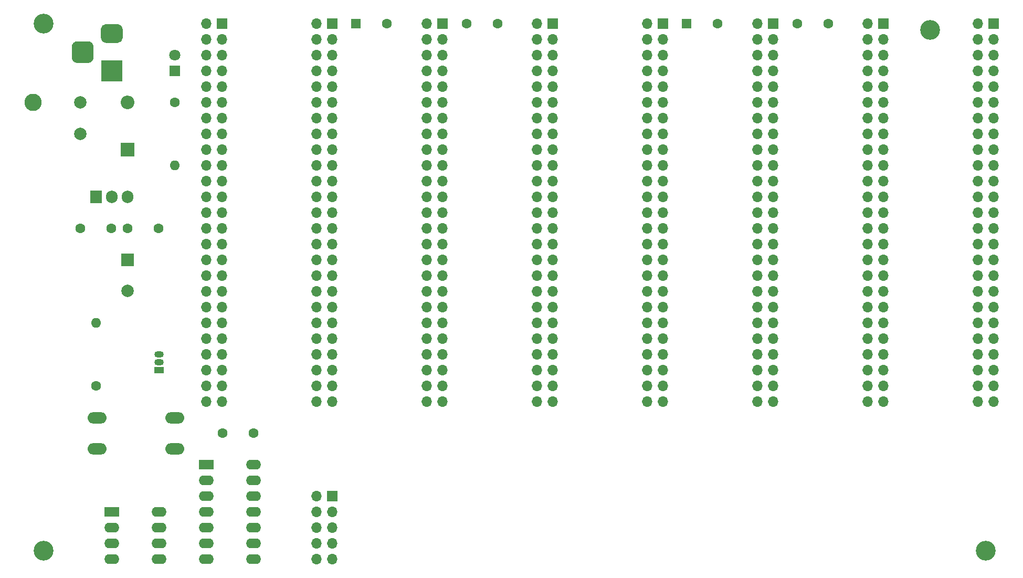
<source format=gbr>
%TF.GenerationSoftware,KiCad,Pcbnew,5.1.9*%
%TF.CreationDate,2020-12-27T17:49:18+01:00*%
%TF.ProjectId,backplane_v1.0,6261636b-706c-4616-9e65-5f76312e302e,rev?*%
%TF.SameCoordinates,Original*%
%TF.FileFunction,Soldermask,Top*%
%TF.FilePolarity,Negative*%
%FSLAX46Y46*%
G04 Gerber Fmt 4.6, Leading zero omitted, Abs format (unit mm)*
G04 Created by KiCad (PCBNEW 5.1.9) date 2020-12-27 17:49:18*
%MOMM*%
%LPD*%
G01*
G04 APERTURE LIST*
%ADD10C,3.200000*%
%ADD11C,1.600000*%
%ADD12R,1.600000X1.600000*%
%ADD13O,2.400000X1.600000*%
%ADD14R,2.400000X1.600000*%
%ADD15O,1.700000X1.700000*%
%ADD16R,1.700000X1.700000*%
%ADD17R,1.500000X1.050000*%
%ADD18O,1.500000X1.050000*%
%ADD19O,1.905000X2.000000*%
%ADD20R,1.905000X2.000000*%
%ADD21C,2.800000*%
%ADD22O,3.048000X1.850000*%
%ADD23O,1.600000X1.600000*%
%ADD24R,3.500000X3.500000*%
%ADD25C,2.000000*%
%ADD26O,2.200000X2.200000*%
%ADD27R,2.200000X2.200000*%
%ADD28C,1.800000*%
%ADD29R,1.800000X1.800000*%
%ADD30R,2.000000X2.000000*%
G04 APERTURE END LIST*
D10*
%TO.C,REF\u002A\u002A*%
X-89000000Y-62000000D03*
%TD*%
%TO.C,REF\u002A\u002A*%
X-80000000Y-146000000D03*
%TD*%
%TO.C,REF\u002A\u002A*%
X-232000000Y-146000000D03*
%TD*%
%TO.C,REF\u002A\u002A*%
X-232000000Y-61000000D03*
%TD*%
D11*
%TO.C,C7*%
X-123270000Y-60960000D03*
D12*
X-128270000Y-60960000D03*
%TD*%
D11*
%TO.C,C5*%
X-176610000Y-60960000D03*
D12*
X-181610000Y-60960000D03*
%TD*%
D13*
%TO.C,X1*%
X-213360000Y-139700000D03*
X-220980000Y-147320000D03*
X-213360000Y-142240000D03*
X-220980000Y-144780000D03*
X-213360000Y-144780000D03*
X-220980000Y-142240000D03*
X-213360000Y-147320000D03*
D14*
X-220980000Y-139700000D03*
%TD*%
D11*
%TO.C,C8*%
X-110410000Y-60960000D03*
X-105410000Y-60960000D03*
%TD*%
%TO.C,C6*%
X-163750000Y-60960000D03*
X-158750000Y-60960000D03*
%TD*%
D15*
%TO.C,J3a1*%
X-187960000Y-147320000D03*
X-185420000Y-147320000D03*
X-187960000Y-144780000D03*
X-185420000Y-144780000D03*
X-187960000Y-142240000D03*
X-185420000Y-142240000D03*
X-187960000Y-139700000D03*
X-185420000Y-139700000D03*
X-187960000Y-137160000D03*
D16*
X-185420000Y-137160000D03*
%TD*%
D15*
%TO.C,J9*%
X-81280000Y-121920000D03*
X-78740000Y-121920000D03*
X-81280000Y-119380000D03*
X-78740000Y-119380000D03*
X-81280000Y-116840000D03*
X-78740000Y-116840000D03*
X-81280000Y-114300000D03*
X-78740000Y-114300000D03*
X-81280000Y-111760000D03*
X-78740000Y-111760000D03*
X-81280000Y-109220000D03*
X-78740000Y-109220000D03*
X-81280000Y-106680000D03*
X-78740000Y-106680000D03*
X-81280000Y-104140000D03*
X-78740000Y-104140000D03*
X-81280000Y-101600000D03*
X-78740000Y-101600000D03*
X-81280000Y-99060000D03*
X-78740000Y-99060000D03*
X-81280000Y-96520000D03*
X-78740000Y-96520000D03*
X-81280000Y-93980000D03*
X-78740000Y-93980000D03*
X-81280000Y-91440000D03*
X-78740000Y-91440000D03*
X-81280000Y-88900000D03*
X-78740000Y-88900000D03*
X-81280000Y-86360000D03*
X-78740000Y-86360000D03*
X-81280000Y-83820000D03*
X-78740000Y-83820000D03*
X-81280000Y-81280000D03*
X-78740000Y-81280000D03*
X-81280000Y-78740000D03*
X-78740000Y-78740000D03*
X-81280000Y-76200000D03*
X-78740000Y-76200000D03*
X-81280000Y-73660000D03*
X-78740000Y-73660000D03*
X-81280000Y-71120000D03*
X-78740000Y-71120000D03*
X-81280000Y-68580000D03*
X-78740000Y-68580000D03*
X-81280000Y-66040000D03*
X-78740000Y-66040000D03*
X-81280000Y-63500000D03*
X-78740000Y-63500000D03*
X-81280000Y-60960000D03*
D16*
X-78740000Y-60960000D03*
%TD*%
D15*
%TO.C,J8*%
X-99060000Y-121920000D03*
X-96520000Y-121920000D03*
X-99060000Y-119380000D03*
X-96520000Y-119380000D03*
X-99060000Y-116840000D03*
X-96520000Y-116840000D03*
X-99060000Y-114300000D03*
X-96520000Y-114300000D03*
X-99060000Y-111760000D03*
X-96520000Y-111760000D03*
X-99060000Y-109220000D03*
X-96520000Y-109220000D03*
X-99060000Y-106680000D03*
X-96520000Y-106680000D03*
X-99060000Y-104140000D03*
X-96520000Y-104140000D03*
X-99060000Y-101600000D03*
X-96520000Y-101600000D03*
X-99060000Y-99060000D03*
X-96520000Y-99060000D03*
X-99060000Y-96520000D03*
X-96520000Y-96520000D03*
X-99060000Y-93980000D03*
X-96520000Y-93980000D03*
X-99060000Y-91440000D03*
X-96520000Y-91440000D03*
X-99060000Y-88900000D03*
X-96520000Y-88900000D03*
X-99060000Y-86360000D03*
X-96520000Y-86360000D03*
X-99060000Y-83820000D03*
X-96520000Y-83820000D03*
X-99060000Y-81280000D03*
X-96520000Y-81280000D03*
X-99060000Y-78740000D03*
X-96520000Y-78740000D03*
X-99060000Y-76200000D03*
X-96520000Y-76200000D03*
X-99060000Y-73660000D03*
X-96520000Y-73660000D03*
X-99060000Y-71120000D03*
X-96520000Y-71120000D03*
X-99060000Y-68580000D03*
X-96520000Y-68580000D03*
X-99060000Y-66040000D03*
X-96520000Y-66040000D03*
X-99060000Y-63500000D03*
X-96520000Y-63500000D03*
X-99060000Y-60960000D03*
D16*
X-96520000Y-60960000D03*
%TD*%
D15*
%TO.C,J5*%
X-152400000Y-121920000D03*
X-149860000Y-121920000D03*
X-152400000Y-119380000D03*
X-149860000Y-119380000D03*
X-152400000Y-116840000D03*
X-149860000Y-116840000D03*
X-152400000Y-114300000D03*
X-149860000Y-114300000D03*
X-152400000Y-111760000D03*
X-149860000Y-111760000D03*
X-152400000Y-109220000D03*
X-149860000Y-109220000D03*
X-152400000Y-106680000D03*
X-149860000Y-106680000D03*
X-152400000Y-104140000D03*
X-149860000Y-104140000D03*
X-152400000Y-101600000D03*
X-149860000Y-101600000D03*
X-152400000Y-99060000D03*
X-149860000Y-99060000D03*
X-152400000Y-96520000D03*
X-149860000Y-96520000D03*
X-152400000Y-93980000D03*
X-149860000Y-93980000D03*
X-152400000Y-91440000D03*
X-149860000Y-91440000D03*
X-152400000Y-88900000D03*
X-149860000Y-88900000D03*
X-152400000Y-86360000D03*
X-149860000Y-86360000D03*
X-152400000Y-83820000D03*
X-149860000Y-83820000D03*
X-152400000Y-81280000D03*
X-149860000Y-81280000D03*
X-152400000Y-78740000D03*
X-149860000Y-78740000D03*
X-152400000Y-76200000D03*
X-149860000Y-76200000D03*
X-152400000Y-73660000D03*
X-149860000Y-73660000D03*
X-152400000Y-71120000D03*
X-149860000Y-71120000D03*
X-152400000Y-68580000D03*
X-149860000Y-68580000D03*
X-152400000Y-66040000D03*
X-149860000Y-66040000D03*
X-152400000Y-63500000D03*
X-149860000Y-63500000D03*
X-152400000Y-60960000D03*
D16*
X-149860000Y-60960000D03*
%TD*%
D15*
%TO.C,J3*%
X-187960000Y-121920000D03*
X-185420000Y-121920000D03*
X-187960000Y-119380000D03*
X-185420000Y-119380000D03*
X-187960000Y-116840000D03*
X-185420000Y-116840000D03*
X-187960000Y-114300000D03*
X-185420000Y-114300000D03*
X-187960000Y-111760000D03*
X-185420000Y-111760000D03*
X-187960000Y-109220000D03*
X-185420000Y-109220000D03*
X-187960000Y-106680000D03*
X-185420000Y-106680000D03*
X-187960000Y-104140000D03*
X-185420000Y-104140000D03*
X-187960000Y-101600000D03*
X-185420000Y-101600000D03*
X-187960000Y-99060000D03*
X-185420000Y-99060000D03*
X-187960000Y-96520000D03*
X-185420000Y-96520000D03*
X-187960000Y-93980000D03*
X-185420000Y-93980000D03*
X-187960000Y-91440000D03*
X-185420000Y-91440000D03*
X-187960000Y-88900000D03*
X-185420000Y-88900000D03*
X-187960000Y-86360000D03*
X-185420000Y-86360000D03*
X-187960000Y-83820000D03*
X-185420000Y-83820000D03*
X-187960000Y-81280000D03*
X-185420000Y-81280000D03*
X-187960000Y-78740000D03*
X-185420000Y-78740000D03*
X-187960000Y-76200000D03*
X-185420000Y-76200000D03*
X-187960000Y-73660000D03*
X-185420000Y-73660000D03*
X-187960000Y-71120000D03*
X-185420000Y-71120000D03*
X-187960000Y-68580000D03*
X-185420000Y-68580000D03*
X-187960000Y-66040000D03*
X-185420000Y-66040000D03*
X-187960000Y-63500000D03*
X-185420000Y-63500000D03*
X-187960000Y-60960000D03*
D16*
X-185420000Y-60960000D03*
%TD*%
D15*
%TO.C,J7*%
X-116840000Y-121920000D03*
X-114300000Y-121920000D03*
X-116840000Y-119380000D03*
X-114300000Y-119380000D03*
X-116840000Y-116840000D03*
X-114300000Y-116840000D03*
X-116840000Y-114300000D03*
X-114300000Y-114300000D03*
X-116840000Y-111760000D03*
X-114300000Y-111760000D03*
X-116840000Y-109220000D03*
X-114300000Y-109220000D03*
X-116840000Y-106680000D03*
X-114300000Y-106680000D03*
X-116840000Y-104140000D03*
X-114300000Y-104140000D03*
X-116840000Y-101600000D03*
X-114300000Y-101600000D03*
X-116840000Y-99060000D03*
X-114300000Y-99060000D03*
X-116840000Y-96520000D03*
X-114300000Y-96520000D03*
X-116840000Y-93980000D03*
X-114300000Y-93980000D03*
X-116840000Y-91440000D03*
X-114300000Y-91440000D03*
X-116840000Y-88900000D03*
X-114300000Y-88900000D03*
X-116840000Y-86360000D03*
X-114300000Y-86360000D03*
X-116840000Y-83820000D03*
X-114300000Y-83820000D03*
X-116840000Y-81280000D03*
X-114300000Y-81280000D03*
X-116840000Y-78740000D03*
X-114300000Y-78740000D03*
X-116840000Y-76200000D03*
X-114300000Y-76200000D03*
X-116840000Y-73660000D03*
X-114300000Y-73660000D03*
X-116840000Y-71120000D03*
X-114300000Y-71120000D03*
X-116840000Y-68580000D03*
X-114300000Y-68580000D03*
X-116840000Y-66040000D03*
X-114300000Y-66040000D03*
X-116840000Y-63500000D03*
X-114300000Y-63500000D03*
X-116840000Y-60960000D03*
D16*
X-114300000Y-60960000D03*
%TD*%
D15*
%TO.C,J6*%
X-134620000Y-121920000D03*
X-132080000Y-121920000D03*
X-134620000Y-119380000D03*
X-132080000Y-119380000D03*
X-134620000Y-116840000D03*
X-132080000Y-116840000D03*
X-134620000Y-114300000D03*
X-132080000Y-114300000D03*
X-134620000Y-111760000D03*
X-132080000Y-111760000D03*
X-134620000Y-109220000D03*
X-132080000Y-109220000D03*
X-134620000Y-106680000D03*
X-132080000Y-106680000D03*
X-134620000Y-104140000D03*
X-132080000Y-104140000D03*
X-134620000Y-101600000D03*
X-132080000Y-101600000D03*
X-134620000Y-99060000D03*
X-132080000Y-99060000D03*
X-134620000Y-96520000D03*
X-132080000Y-96520000D03*
X-134620000Y-93980000D03*
X-132080000Y-93980000D03*
X-134620000Y-91440000D03*
X-132080000Y-91440000D03*
X-134620000Y-88900000D03*
X-132080000Y-88900000D03*
X-134620000Y-86360000D03*
X-132080000Y-86360000D03*
X-134620000Y-83820000D03*
X-132080000Y-83820000D03*
X-134620000Y-81280000D03*
X-132080000Y-81280000D03*
X-134620000Y-78740000D03*
X-132080000Y-78740000D03*
X-134620000Y-76200000D03*
X-132080000Y-76200000D03*
X-134620000Y-73660000D03*
X-132080000Y-73660000D03*
X-134620000Y-71120000D03*
X-132080000Y-71120000D03*
X-134620000Y-68580000D03*
X-132080000Y-68580000D03*
X-134620000Y-66040000D03*
X-132080000Y-66040000D03*
X-134620000Y-63500000D03*
X-132080000Y-63500000D03*
X-134620000Y-60960000D03*
D16*
X-132080000Y-60960000D03*
%TD*%
D15*
%TO.C,J4*%
X-170180000Y-121920000D03*
X-167640000Y-121920000D03*
X-170180000Y-119380000D03*
X-167640000Y-119380000D03*
X-170180000Y-116840000D03*
X-167640000Y-116840000D03*
X-170180000Y-114300000D03*
X-167640000Y-114300000D03*
X-170180000Y-111760000D03*
X-167640000Y-111760000D03*
X-170180000Y-109220000D03*
X-167640000Y-109220000D03*
X-170180000Y-106680000D03*
X-167640000Y-106680000D03*
X-170180000Y-104140000D03*
X-167640000Y-104140000D03*
X-170180000Y-101600000D03*
X-167640000Y-101600000D03*
X-170180000Y-99060000D03*
X-167640000Y-99060000D03*
X-170180000Y-96520000D03*
X-167640000Y-96520000D03*
X-170180000Y-93980000D03*
X-167640000Y-93980000D03*
X-170180000Y-91440000D03*
X-167640000Y-91440000D03*
X-170180000Y-88900000D03*
X-167640000Y-88900000D03*
X-170180000Y-86360000D03*
X-167640000Y-86360000D03*
X-170180000Y-83820000D03*
X-167640000Y-83820000D03*
X-170180000Y-81280000D03*
X-167640000Y-81280000D03*
X-170180000Y-78740000D03*
X-167640000Y-78740000D03*
X-170180000Y-76200000D03*
X-167640000Y-76200000D03*
X-170180000Y-73660000D03*
X-167640000Y-73660000D03*
X-170180000Y-71120000D03*
X-167640000Y-71120000D03*
X-170180000Y-68580000D03*
X-167640000Y-68580000D03*
X-170180000Y-66040000D03*
X-167640000Y-66040000D03*
X-170180000Y-63500000D03*
X-167640000Y-63500000D03*
X-170180000Y-60960000D03*
D16*
X-167640000Y-60960000D03*
%TD*%
D15*
%TO.C,J2*%
X-205740000Y-121920000D03*
X-203200000Y-121920000D03*
X-205740000Y-119380000D03*
X-203200000Y-119380000D03*
X-205740000Y-116840000D03*
X-203200000Y-116840000D03*
X-205740000Y-114300000D03*
X-203200000Y-114300000D03*
X-205740000Y-111760000D03*
X-203200000Y-111760000D03*
X-205740000Y-109220000D03*
X-203200000Y-109220000D03*
X-205740000Y-106680000D03*
X-203200000Y-106680000D03*
X-205740000Y-104140000D03*
X-203200000Y-104140000D03*
X-205740000Y-101600000D03*
X-203200000Y-101600000D03*
X-205740000Y-99060000D03*
X-203200000Y-99060000D03*
X-205740000Y-96520000D03*
X-203200000Y-96520000D03*
X-205740000Y-93980000D03*
X-203200000Y-93980000D03*
X-205740000Y-91440000D03*
X-203200000Y-91440000D03*
X-205740000Y-88900000D03*
X-203200000Y-88900000D03*
X-205740000Y-86360000D03*
X-203200000Y-86360000D03*
X-205740000Y-83820000D03*
X-203200000Y-83820000D03*
X-205740000Y-81280000D03*
X-203200000Y-81280000D03*
X-205740000Y-78740000D03*
X-203200000Y-78740000D03*
X-205740000Y-76200000D03*
X-203200000Y-76200000D03*
X-205740000Y-73660000D03*
X-203200000Y-73660000D03*
X-205740000Y-71120000D03*
X-203200000Y-71120000D03*
X-205740000Y-68580000D03*
X-203200000Y-68580000D03*
X-205740000Y-66040000D03*
X-203200000Y-66040000D03*
X-205740000Y-63500000D03*
X-203200000Y-63500000D03*
X-205740000Y-60960000D03*
D16*
X-203200000Y-60960000D03*
%TD*%
D13*
%TO.C,U3*%
X-198120000Y-132080000D03*
X-205740000Y-147320000D03*
X-198120000Y-134620000D03*
X-205740000Y-144780000D03*
X-198120000Y-137160000D03*
X-205740000Y-142240000D03*
X-198120000Y-139700000D03*
X-205740000Y-139700000D03*
X-198120000Y-142240000D03*
X-205740000Y-137160000D03*
X-198120000Y-144780000D03*
X-205740000Y-134620000D03*
X-198120000Y-147320000D03*
D14*
X-205740000Y-132080000D03*
%TD*%
D17*
%TO.C,U2*%
X-213360000Y-116840000D03*
D18*
X-213360000Y-114300000D03*
X-213360000Y-115570000D03*
%TD*%
D19*
%TO.C,U1*%
X-218440000Y-88900000D03*
X-220980000Y-88900000D03*
D20*
X-223520000Y-88900000D03*
%TD*%
D21*
%TO.C,TP1*%
X-233680000Y-73660000D03*
%TD*%
D22*
%TO.C,SW1*%
X-210820000Y-124540000D03*
X-210820000Y-129540000D03*
X-223320000Y-124540000D03*
X-223320000Y-129540000D03*
%TD*%
D23*
%TO.C,R2*%
X-223520000Y-109220000D03*
D11*
X-223520000Y-119380000D03*
%TD*%
D23*
%TO.C,R1*%
X-210820000Y-83820000D03*
D11*
X-210820000Y-73660000D03*
%TD*%
%TO.C,J1*%
G36*
G01*
X-226555000Y-63830000D02*
X-224805000Y-63830000D01*
G75*
G02*
X-223930000Y-64705000I0J-875000D01*
G01*
X-223930000Y-66455000D01*
G75*
G02*
X-224805000Y-67330000I-875000J0D01*
G01*
X-226555000Y-67330000D01*
G75*
G02*
X-227430000Y-66455000I0J875000D01*
G01*
X-227430000Y-64705000D01*
G75*
G02*
X-226555000Y-63830000I875000J0D01*
G01*
G37*
G36*
G01*
X-221980000Y-61080000D02*
X-219980000Y-61080000D01*
G75*
G02*
X-219230000Y-61830000I0J-750000D01*
G01*
X-219230000Y-63330000D01*
G75*
G02*
X-219980000Y-64080000I-750000J0D01*
G01*
X-221980000Y-64080000D01*
G75*
G02*
X-222730000Y-63330000I0J750000D01*
G01*
X-222730000Y-61830000D01*
G75*
G02*
X-221980000Y-61080000I750000J0D01*
G01*
G37*
D24*
X-220980000Y-68580000D03*
%TD*%
D25*
%TO.C,F1*%
X-226050000Y-73660000D03*
X-226060000Y-78740000D03*
%TD*%
D26*
%TO.C,D2*%
X-218440000Y-73660000D03*
D27*
X-218440000Y-81280000D03*
%TD*%
D28*
%TO.C,D1*%
X-210820000Y-66040000D03*
D29*
X-210820000Y-68580000D03*
%TD*%
D25*
%TO.C,C4*%
X-218440000Y-104060000D03*
D30*
X-218440000Y-99060000D03*
%TD*%
D11*
%TO.C,C3*%
X-213440000Y-93980000D03*
X-218440000Y-93980000D03*
%TD*%
%TO.C,C2*%
X-221060000Y-93980000D03*
X-226060000Y-93980000D03*
%TD*%
%TO.C,C1*%
X-203120000Y-127000000D03*
X-198120000Y-127000000D03*
%TD*%
M02*

</source>
